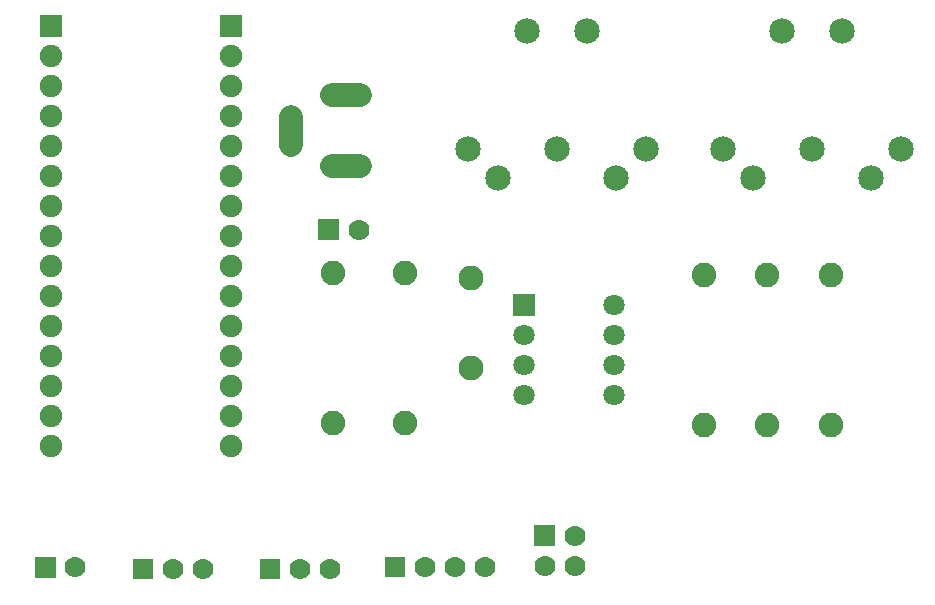
<source format=gbs>
G04 Layer: BottomSolderMaskLayer*
G04 EasyEDA v6.1.48, Fri, 24 May 2019 02:17:32 GMT*
G04 a76c445d5078456fbe9c8c9c1c925b64,d79a69aa59da4e1fbb9b7d465b79b5da,10*
G04 Gerber Generator version 0.2*
G04 Scale: 100 percent, Rotated: No, Reflected: No *
G04 Dimensions in millimeters *
G04 leading zeros omitted , absolute positions ,3 integer and 3 decimal *
%FSLAX33Y33*%
%MOMM*%
G90*
G71D02*

%ADD29C,2.003196*%
%ADD31C,1.803400*%
%ADD32C,2.082800*%
%ADD33C,2.108200*%
%ADD34C,2.153158*%
%ADD35R,1.778000X1.778000*%
%ADD36C,1.778000*%
%ADD37R,1.903197X1.903197*%
%ADD38C,1.903197*%

%LPD*%
G54D29*
G01X34030Y37570D02*
G01X31630Y37570D01*
G01X31630Y43569D02*
G01X34030Y43569D01*
G01X28129Y39370D02*
G01X28129Y41769D01*
G36*
G01X46977Y24936D02*
G01X46977Y26739D01*
G01X48780Y26739D01*
G01X48780Y24936D01*
G01X46977Y24936D01*
G37*
G54D31*
G01X47879Y23297D03*
G01X47879Y20757D03*
G01X47879Y18217D03*
G01X55499Y18217D03*
G01X55499Y20757D03*
G01X55499Y23297D03*
G01X55499Y25837D03*
G54D32*
G01X68453Y15677D03*
G01X68453Y28377D03*
G01X63119Y15677D03*
G01X63119Y28377D03*
G01X37846Y15804D03*
G01X37846Y28504D03*
G01X73914Y15677D03*
G01X73914Y28377D03*
G01X31750Y15804D03*
G01X31750Y28504D03*
G54D33*
G01X43434Y20503D03*
G01X43434Y28123D03*
G54D34*
G01X50673Y39045D03*
G01X45673Y36546D03*
G01X43173Y39045D03*
G01X55672Y36546D03*
G01X58172Y39045D03*
G01X53172Y49045D03*
G01X48173Y49045D03*
G01X72263Y39045D03*
G01X67263Y36546D03*
G01X64763Y39045D03*
G01X77262Y36546D03*
G01X79762Y39045D03*
G01X74762Y49045D03*
G01X69763Y49045D03*
G36*
G01X6477Y2723D02*
G01X6477Y4501D01*
G01X8255Y4501D01*
G01X8255Y2723D01*
G01X6477Y2723D01*
G37*
G54D36*
G01X9906Y3612D03*
G01X20701Y3485D03*
G01X18161Y3485D03*
G54D35*
G01X15621Y3485D03*
G54D36*
G01X31496Y3485D03*
G01X28956Y3485D03*
G54D35*
G01X26416Y3485D03*
G01X36957Y3612D03*
G54D36*
G01X39497Y3612D03*
G01X42037Y3612D03*
G01X44577Y3612D03*
G54D37*
G01X23114Y49459D03*
G54D38*
G01X23114Y46919D03*
G01X23114Y44379D03*
G01X23114Y41839D03*
G01X23114Y39299D03*
G01X23114Y36759D03*
G01X23114Y34219D03*
G01X23114Y31679D03*
G01X23114Y29139D03*
G01X23114Y26599D03*
G01X23114Y24059D03*
G01X23114Y21519D03*
G01X23114Y18979D03*
G01X23114Y16439D03*
G01X23114Y13899D03*
G54D37*
G01X7874Y49459D03*
G54D38*
G01X7874Y46919D03*
G01X7874Y44379D03*
G01X7874Y41839D03*
G01X7874Y39299D03*
G01X7874Y36759D03*
G01X7874Y34219D03*
G01X7874Y31679D03*
G01X7874Y29139D03*
G01X7874Y26599D03*
G01X7874Y24059D03*
G01X7874Y21519D03*
G01X7874Y18979D03*
G01X7874Y16439D03*
G01X7874Y13899D03*
G36*
G01X30480Y31298D02*
G01X30480Y33076D01*
G01X32258Y33076D01*
G01X32258Y31298D01*
G01X30480Y31298D01*
G37*
G54D36*
G01X33909Y32187D03*
G36*
G01X48768Y5390D02*
G01X48768Y7168D01*
G01X50546Y7168D01*
G01X50546Y5390D01*
G01X48768Y5390D01*
G37*
G01X52197Y6279D03*
G01X49657Y3739D03*
G01X52197Y3739D03*
M00*
M02*

</source>
